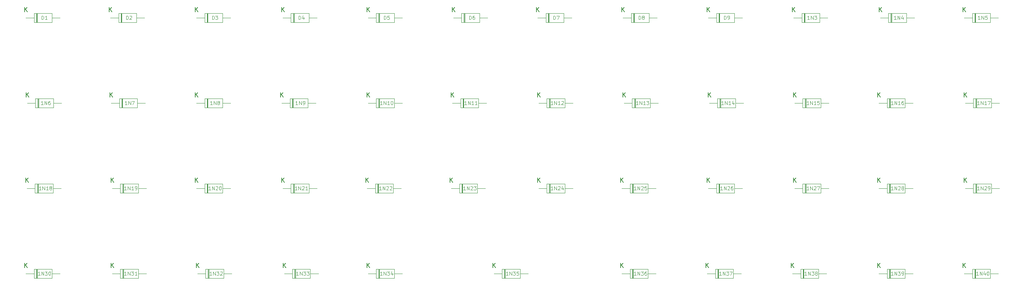
<source format=gbr>
G04 #@! TF.GenerationSoftware,KiCad,Pcbnew,(5.1.10)-1*
G04 #@! TF.CreationDate,2022-01-10T13:30:35-05:00*
G04 #@! TF.ProjectId,40,3430252e-6b69-4636-9164-5f7063625858,rev?*
G04 #@! TF.SameCoordinates,Original*
G04 #@! TF.FileFunction,Other,Fab,Top*
%FSLAX46Y46*%
G04 Gerber Fmt 4.6, Leading zero omitted, Abs format (unit mm)*
G04 Created by KiCad (PCBNEW (5.1.10)-1) date 2022-01-10 13:30:35*
%MOMM*%
%LPD*%
G01*
G04 APERTURE LIST*
%ADD10C,0.100000*%
%ADD11C,0.150000*%
%ADD12C,0.120000*%
G04 APERTURE END LIST*
D10*
X187547500Y-52975000D02*
X187547500Y-54975000D01*
X187547500Y-54975000D02*
X191547500Y-54975000D01*
X191547500Y-54975000D02*
X191547500Y-52975000D01*
X191547500Y-52975000D02*
X187547500Y-52975000D01*
X185737500Y-53975000D02*
X187547500Y-53975000D01*
X193357500Y-53975000D02*
X191547500Y-53975000D01*
X188147500Y-52975000D02*
X188147500Y-54975000D01*
X188247500Y-52975000D02*
X188247500Y-54975000D01*
X188047500Y-52975000D02*
X188047500Y-54975000D01*
X168497500Y-52975000D02*
X168497500Y-54975000D01*
X168497500Y-54975000D02*
X172497500Y-54975000D01*
X172497500Y-54975000D02*
X172497500Y-52975000D01*
X172497500Y-52975000D02*
X168497500Y-52975000D01*
X166687500Y-53975000D02*
X168497500Y-53975000D01*
X174307500Y-53975000D02*
X172497500Y-53975000D01*
X169097500Y-52975000D02*
X169097500Y-54975000D01*
X169197500Y-52975000D02*
X169197500Y-54975000D01*
X168997500Y-52975000D02*
X168997500Y-54975000D01*
X149447500Y-52975000D02*
X149447500Y-54975000D01*
X149447500Y-54975000D02*
X153447500Y-54975000D01*
X153447500Y-54975000D02*
X153447500Y-52975000D01*
X153447500Y-52975000D02*
X149447500Y-52975000D01*
X147637500Y-53975000D02*
X149447500Y-53975000D01*
X155257500Y-53975000D02*
X153447500Y-53975000D01*
X150047500Y-52975000D02*
X150047500Y-54975000D01*
X150147500Y-52975000D02*
X150147500Y-54975000D01*
X149947500Y-52975000D02*
X149947500Y-54975000D01*
X130635000Y-52975000D02*
X130635000Y-54975000D01*
X130635000Y-54975000D02*
X134635000Y-54975000D01*
X134635000Y-54975000D02*
X134635000Y-52975000D01*
X134635000Y-52975000D02*
X130635000Y-52975000D01*
X128825000Y-53975000D02*
X130635000Y-53975000D01*
X136445000Y-53975000D02*
X134635000Y-53975000D01*
X131235000Y-52975000D02*
X131235000Y-54975000D01*
X131335000Y-52975000D02*
X131335000Y-54975000D01*
X131135000Y-52975000D02*
X131135000Y-54975000D01*
X111585000Y-52975000D02*
X111585000Y-54975000D01*
X111585000Y-54975000D02*
X115585000Y-54975000D01*
X115585000Y-54975000D02*
X115585000Y-52975000D01*
X115585000Y-52975000D02*
X111585000Y-52975000D01*
X109775000Y-53975000D02*
X111585000Y-53975000D01*
X117395000Y-53975000D02*
X115585000Y-53975000D01*
X112185000Y-52975000D02*
X112185000Y-54975000D01*
X112285000Y-52975000D02*
X112285000Y-54975000D01*
X112085000Y-52975000D02*
X112085000Y-54975000D01*
X92535000Y-52975000D02*
X92535000Y-54975000D01*
X92535000Y-54975000D02*
X96535000Y-54975000D01*
X96535000Y-54975000D02*
X96535000Y-52975000D01*
X96535000Y-52975000D02*
X92535000Y-52975000D01*
X90725000Y-53975000D02*
X92535000Y-53975000D01*
X98345000Y-53975000D02*
X96535000Y-53975000D01*
X93135000Y-52975000D02*
X93135000Y-54975000D01*
X93235000Y-52975000D02*
X93235000Y-54975000D01*
X93035000Y-52975000D02*
X93035000Y-54975000D01*
X73247500Y-52975000D02*
X73247500Y-54975000D01*
X73247500Y-54975000D02*
X77247500Y-54975000D01*
X77247500Y-54975000D02*
X77247500Y-52975000D01*
X77247500Y-52975000D02*
X73247500Y-52975000D01*
X71437500Y-53975000D02*
X73247500Y-53975000D01*
X79057500Y-53975000D02*
X77247500Y-53975000D01*
X73847500Y-52975000D02*
X73847500Y-54975000D01*
X73947500Y-52975000D02*
X73947500Y-54975000D01*
X73747500Y-52975000D02*
X73747500Y-54975000D01*
X54035000Y-52975000D02*
X54035000Y-54975000D01*
X54035000Y-54975000D02*
X58035000Y-54975000D01*
X58035000Y-54975000D02*
X58035000Y-52975000D01*
X58035000Y-52975000D02*
X54035000Y-52975000D01*
X52225000Y-53975000D02*
X54035000Y-53975000D01*
X59845000Y-53975000D02*
X58035000Y-53975000D01*
X54635000Y-52975000D02*
X54635000Y-54975000D01*
X54735000Y-52975000D02*
X54735000Y-54975000D01*
X54535000Y-52975000D02*
X54535000Y-54975000D01*
X35147500Y-52975000D02*
X35147500Y-54975000D01*
X35147500Y-54975000D02*
X39147500Y-54975000D01*
X39147500Y-54975000D02*
X39147500Y-52975000D01*
X39147500Y-52975000D02*
X35147500Y-52975000D01*
X33337500Y-53975000D02*
X35147500Y-53975000D01*
X40957500Y-53975000D02*
X39147500Y-53975000D01*
X35747500Y-52975000D02*
X35747500Y-54975000D01*
X35847500Y-52975000D02*
X35847500Y-54975000D01*
X35647500Y-52975000D02*
X35647500Y-54975000D01*
X244697500Y-110125000D02*
X244697500Y-112125000D01*
X244697500Y-112125000D02*
X248697500Y-112125000D01*
X248697500Y-112125000D02*
X248697500Y-110125000D01*
X248697500Y-110125000D02*
X244697500Y-110125000D01*
X242887500Y-111125000D02*
X244697500Y-111125000D01*
X250507500Y-111125000D02*
X248697500Y-111125000D01*
X245297500Y-110125000D02*
X245297500Y-112125000D01*
X245397500Y-110125000D02*
X245397500Y-112125000D01*
X245197500Y-110125000D02*
X245197500Y-112125000D01*
X225647500Y-110125000D02*
X225647500Y-112125000D01*
X225647500Y-112125000D02*
X229647500Y-112125000D01*
X229647500Y-112125000D02*
X229647500Y-110125000D01*
X229647500Y-110125000D02*
X225647500Y-110125000D01*
X223837500Y-111125000D02*
X225647500Y-111125000D01*
X231457500Y-111125000D02*
X229647500Y-111125000D01*
X226247500Y-110125000D02*
X226247500Y-112125000D01*
X226347500Y-110125000D02*
X226347500Y-112125000D01*
X226147500Y-110125000D02*
X226147500Y-112125000D01*
X206360000Y-110125000D02*
X206360000Y-112125000D01*
X206360000Y-112125000D02*
X210360000Y-112125000D01*
X210360000Y-112125000D02*
X210360000Y-110125000D01*
X210360000Y-110125000D02*
X206360000Y-110125000D01*
X204550000Y-111125000D02*
X206360000Y-111125000D01*
X212170000Y-111125000D02*
X210360000Y-111125000D01*
X206960000Y-110125000D02*
X206960000Y-112125000D01*
X207060000Y-110125000D02*
X207060000Y-112125000D01*
X206860000Y-110125000D02*
X206860000Y-112125000D01*
X187310000Y-110125000D02*
X187310000Y-112125000D01*
X187310000Y-112125000D02*
X191310000Y-112125000D01*
X191310000Y-112125000D02*
X191310000Y-110125000D01*
X191310000Y-110125000D02*
X187310000Y-110125000D01*
X185500000Y-111125000D02*
X187310000Y-111125000D01*
X193120000Y-111125000D02*
X191310000Y-111125000D01*
X187910000Y-110125000D02*
X187910000Y-112125000D01*
X188010000Y-110125000D02*
X188010000Y-112125000D01*
X187810000Y-110125000D02*
X187810000Y-112125000D01*
X168260000Y-110125000D02*
X168260000Y-112125000D01*
X168260000Y-112125000D02*
X172260000Y-112125000D01*
X172260000Y-112125000D02*
X172260000Y-110125000D01*
X172260000Y-110125000D02*
X168260000Y-110125000D01*
X166450000Y-111125000D02*
X168260000Y-111125000D01*
X174070000Y-111125000D02*
X172260000Y-111125000D01*
X168860000Y-110125000D02*
X168860000Y-112125000D01*
X168960000Y-110125000D02*
X168960000Y-112125000D01*
X168760000Y-110125000D02*
X168760000Y-112125000D01*
X139685000Y-110125000D02*
X139685000Y-112125000D01*
X139685000Y-112125000D02*
X143685000Y-112125000D01*
X143685000Y-112125000D02*
X143685000Y-110125000D01*
X143685000Y-110125000D02*
X139685000Y-110125000D01*
X137875000Y-111125000D02*
X139685000Y-111125000D01*
X145495000Y-111125000D02*
X143685000Y-111125000D01*
X140285000Y-110125000D02*
X140285000Y-112125000D01*
X140385000Y-110125000D02*
X140385000Y-112125000D01*
X140185000Y-110125000D02*
X140185000Y-112125000D01*
X111585000Y-110125000D02*
X111585000Y-112125000D01*
X111585000Y-112125000D02*
X115585000Y-112125000D01*
X115585000Y-112125000D02*
X115585000Y-110125000D01*
X115585000Y-110125000D02*
X111585000Y-110125000D01*
X109775000Y-111125000D02*
X111585000Y-111125000D01*
X117395000Y-111125000D02*
X115585000Y-111125000D01*
X112185000Y-110125000D02*
X112185000Y-112125000D01*
X112285000Y-110125000D02*
X112285000Y-112125000D01*
X112085000Y-110125000D02*
X112085000Y-112125000D01*
X92853750Y-110125000D02*
X92853750Y-112125000D01*
X92853750Y-112125000D02*
X96853750Y-112125000D01*
X96853750Y-112125000D02*
X96853750Y-110125000D01*
X96853750Y-110125000D02*
X92853750Y-110125000D01*
X91043750Y-111125000D02*
X92853750Y-111125000D01*
X98663750Y-111125000D02*
X96853750Y-111125000D01*
X93453750Y-110125000D02*
X93453750Y-112125000D01*
X93553750Y-110125000D02*
X93553750Y-112125000D01*
X93353750Y-110125000D02*
X93353750Y-112125000D01*
X73485000Y-110125000D02*
X73485000Y-112125000D01*
X73485000Y-112125000D02*
X77485000Y-112125000D01*
X77485000Y-112125000D02*
X77485000Y-110125000D01*
X77485000Y-110125000D02*
X73485000Y-110125000D01*
X71675000Y-111125000D02*
X73485000Y-111125000D01*
X79295000Y-111125000D02*
X77485000Y-111125000D01*
X74085000Y-110125000D02*
X74085000Y-112125000D01*
X74185000Y-110125000D02*
X74185000Y-112125000D01*
X73985000Y-110125000D02*
X73985000Y-112125000D01*
X54435000Y-110125000D02*
X54435000Y-112125000D01*
X54435000Y-112125000D02*
X58435000Y-112125000D01*
X58435000Y-112125000D02*
X58435000Y-110125000D01*
X58435000Y-110125000D02*
X54435000Y-110125000D01*
X52625000Y-111125000D02*
X54435000Y-111125000D01*
X60245000Y-111125000D02*
X58435000Y-111125000D01*
X55035000Y-110125000D02*
X55035000Y-112125000D01*
X55135000Y-110125000D02*
X55135000Y-112125000D01*
X54935000Y-110125000D02*
X54935000Y-112125000D01*
X35147500Y-110125000D02*
X35147500Y-112125000D01*
X35147500Y-112125000D02*
X39147500Y-112125000D01*
X39147500Y-112125000D02*
X39147500Y-110125000D01*
X39147500Y-110125000D02*
X35147500Y-110125000D01*
X33337500Y-111125000D02*
X35147500Y-111125000D01*
X40957500Y-111125000D02*
X39147500Y-111125000D01*
X35747500Y-110125000D02*
X35747500Y-112125000D01*
X35847500Y-110125000D02*
X35847500Y-112125000D01*
X35647500Y-110125000D02*
X35647500Y-112125000D01*
X244935000Y-91075000D02*
X244935000Y-93075000D01*
X244935000Y-93075000D02*
X248935000Y-93075000D01*
X248935000Y-93075000D02*
X248935000Y-91075000D01*
X248935000Y-91075000D02*
X244935000Y-91075000D01*
X243125000Y-92075000D02*
X244935000Y-92075000D01*
X250745000Y-92075000D02*
X248935000Y-92075000D01*
X245535000Y-91075000D02*
X245535000Y-93075000D01*
X245635000Y-91075000D02*
X245635000Y-93075000D01*
X245435000Y-91075000D02*
X245435000Y-93075000D01*
X225647500Y-91075000D02*
X225647500Y-93075000D01*
X225647500Y-93075000D02*
X229647500Y-93075000D01*
X229647500Y-93075000D02*
X229647500Y-91075000D01*
X229647500Y-91075000D02*
X225647500Y-91075000D01*
X223837500Y-92075000D02*
X225647500Y-92075000D01*
X231457500Y-92075000D02*
X229647500Y-92075000D01*
X226247500Y-91075000D02*
X226247500Y-93075000D01*
X226347500Y-91075000D02*
X226347500Y-93075000D01*
X226147500Y-91075000D02*
X226147500Y-93075000D01*
X206835000Y-91075000D02*
X206835000Y-93075000D01*
X206835000Y-93075000D02*
X210835000Y-93075000D01*
X210835000Y-93075000D02*
X210835000Y-91075000D01*
X210835000Y-91075000D02*
X206835000Y-91075000D01*
X205025000Y-92075000D02*
X206835000Y-92075000D01*
X212645000Y-92075000D02*
X210835000Y-92075000D01*
X207435000Y-91075000D02*
X207435000Y-93075000D01*
X207535000Y-91075000D02*
X207535000Y-93075000D01*
X207335000Y-91075000D02*
X207335000Y-93075000D01*
X187547500Y-91075000D02*
X187547500Y-93075000D01*
X187547500Y-93075000D02*
X191547500Y-93075000D01*
X191547500Y-93075000D02*
X191547500Y-91075000D01*
X191547500Y-91075000D02*
X187547500Y-91075000D01*
X185737500Y-92075000D02*
X187547500Y-92075000D01*
X193357500Y-92075000D02*
X191547500Y-92075000D01*
X188147500Y-91075000D02*
X188147500Y-93075000D01*
X188247500Y-91075000D02*
X188247500Y-93075000D01*
X188047500Y-91075000D02*
X188047500Y-93075000D01*
X168260000Y-91075000D02*
X168260000Y-93075000D01*
X168260000Y-93075000D02*
X172260000Y-93075000D01*
X172260000Y-93075000D02*
X172260000Y-91075000D01*
X172260000Y-91075000D02*
X168260000Y-91075000D01*
X166450000Y-92075000D02*
X168260000Y-92075000D01*
X174070000Y-92075000D02*
X172260000Y-92075000D01*
X168860000Y-91075000D02*
X168860000Y-93075000D01*
X168960000Y-91075000D02*
X168960000Y-93075000D01*
X168760000Y-91075000D02*
X168760000Y-93075000D01*
X149685000Y-91075000D02*
X149685000Y-93075000D01*
X149685000Y-93075000D02*
X153685000Y-93075000D01*
X153685000Y-93075000D02*
X153685000Y-91075000D01*
X153685000Y-91075000D02*
X149685000Y-91075000D01*
X147875000Y-92075000D02*
X149685000Y-92075000D01*
X155495000Y-92075000D02*
X153685000Y-92075000D01*
X150285000Y-91075000D02*
X150285000Y-93075000D01*
X150385000Y-91075000D02*
X150385000Y-93075000D01*
X150185000Y-91075000D02*
X150185000Y-93075000D01*
X130160000Y-91075000D02*
X130160000Y-93075000D01*
X130160000Y-93075000D02*
X134160000Y-93075000D01*
X134160000Y-93075000D02*
X134160000Y-91075000D01*
X134160000Y-91075000D02*
X130160000Y-91075000D01*
X128350000Y-92075000D02*
X130160000Y-92075000D01*
X135970000Y-92075000D02*
X134160000Y-92075000D01*
X130760000Y-91075000D02*
X130760000Y-93075000D01*
X130860000Y-91075000D02*
X130860000Y-93075000D01*
X130660000Y-91075000D02*
X130660000Y-93075000D01*
X111347500Y-91075000D02*
X111347500Y-93075000D01*
X111347500Y-93075000D02*
X115347500Y-93075000D01*
X115347500Y-93075000D02*
X115347500Y-91075000D01*
X115347500Y-91075000D02*
X111347500Y-91075000D01*
X109537500Y-92075000D02*
X111347500Y-92075000D01*
X117157500Y-92075000D02*
X115347500Y-92075000D01*
X111947500Y-91075000D02*
X111947500Y-93075000D01*
X112047500Y-91075000D02*
X112047500Y-93075000D01*
X111847500Y-91075000D02*
X111847500Y-93075000D01*
X92535000Y-91075000D02*
X92535000Y-93075000D01*
X92535000Y-93075000D02*
X96535000Y-93075000D01*
X96535000Y-93075000D02*
X96535000Y-91075000D01*
X96535000Y-91075000D02*
X92535000Y-91075000D01*
X90725000Y-92075000D02*
X92535000Y-92075000D01*
X98345000Y-92075000D02*
X96535000Y-92075000D01*
X93135000Y-91075000D02*
X93135000Y-93075000D01*
X93235000Y-91075000D02*
X93235000Y-93075000D01*
X93035000Y-91075000D02*
X93035000Y-93075000D01*
X73247500Y-91075000D02*
X73247500Y-93075000D01*
X73247500Y-93075000D02*
X77247500Y-93075000D01*
X77247500Y-93075000D02*
X77247500Y-91075000D01*
X77247500Y-91075000D02*
X73247500Y-91075000D01*
X71437500Y-92075000D02*
X73247500Y-92075000D01*
X79057500Y-92075000D02*
X77247500Y-92075000D01*
X73847500Y-91075000D02*
X73847500Y-93075000D01*
X73947500Y-91075000D02*
X73947500Y-93075000D01*
X73747500Y-91075000D02*
X73747500Y-93075000D01*
X54435000Y-91075000D02*
X54435000Y-93075000D01*
X54435000Y-93075000D02*
X58435000Y-93075000D01*
X58435000Y-93075000D02*
X58435000Y-91075000D01*
X58435000Y-91075000D02*
X54435000Y-91075000D01*
X52625000Y-92075000D02*
X54435000Y-92075000D01*
X60245000Y-92075000D02*
X58435000Y-92075000D01*
X55035000Y-91075000D02*
X55035000Y-93075000D01*
X55135000Y-91075000D02*
X55135000Y-93075000D01*
X54935000Y-91075000D02*
X54935000Y-93075000D01*
X35385000Y-91075000D02*
X35385000Y-93075000D01*
X35385000Y-93075000D02*
X39385000Y-93075000D01*
X39385000Y-93075000D02*
X39385000Y-91075000D01*
X39385000Y-91075000D02*
X35385000Y-91075000D01*
X33575000Y-92075000D02*
X35385000Y-92075000D01*
X41195000Y-92075000D02*
X39385000Y-92075000D01*
X35985000Y-91075000D02*
X35985000Y-93075000D01*
X36085000Y-91075000D02*
X36085000Y-93075000D01*
X35885000Y-91075000D02*
X35885000Y-93075000D01*
X244935000Y-72025000D02*
X244935000Y-74025000D01*
X244935000Y-74025000D02*
X248935000Y-74025000D01*
X248935000Y-74025000D02*
X248935000Y-72025000D01*
X248935000Y-72025000D02*
X244935000Y-72025000D01*
X243125000Y-73025000D02*
X244935000Y-73025000D01*
X250745000Y-73025000D02*
X248935000Y-73025000D01*
X245535000Y-72025000D02*
X245535000Y-74025000D01*
X245635000Y-72025000D02*
X245635000Y-74025000D01*
X245435000Y-72025000D02*
X245435000Y-74025000D01*
X225647500Y-72025000D02*
X225647500Y-74025000D01*
X225647500Y-74025000D02*
X229647500Y-74025000D01*
X229647500Y-74025000D02*
X229647500Y-72025000D01*
X229647500Y-72025000D02*
X225647500Y-72025000D01*
X223837500Y-73025000D02*
X225647500Y-73025000D01*
X231457500Y-73025000D02*
X229647500Y-73025000D01*
X226247500Y-72025000D02*
X226247500Y-74025000D01*
X226347500Y-72025000D02*
X226347500Y-74025000D01*
X226147500Y-72025000D02*
X226147500Y-74025000D01*
X206835000Y-72025000D02*
X206835000Y-74025000D01*
X206835000Y-74025000D02*
X210835000Y-74025000D01*
X210835000Y-74025000D02*
X210835000Y-72025000D01*
X210835000Y-72025000D02*
X206835000Y-72025000D01*
X205025000Y-73025000D02*
X206835000Y-73025000D01*
X212645000Y-73025000D02*
X210835000Y-73025000D01*
X207435000Y-72025000D02*
X207435000Y-74025000D01*
X207535000Y-72025000D02*
X207535000Y-74025000D01*
X207335000Y-72025000D02*
X207335000Y-74025000D01*
X187785000Y-72025000D02*
X187785000Y-74025000D01*
X187785000Y-74025000D02*
X191785000Y-74025000D01*
X191785000Y-74025000D02*
X191785000Y-72025000D01*
X191785000Y-72025000D02*
X187785000Y-72025000D01*
X185975000Y-73025000D02*
X187785000Y-73025000D01*
X193595000Y-73025000D02*
X191785000Y-73025000D01*
X188385000Y-72025000D02*
X188385000Y-74025000D01*
X188485000Y-72025000D02*
X188485000Y-74025000D01*
X188285000Y-72025000D02*
X188285000Y-74025000D01*
X168735000Y-72025000D02*
X168735000Y-74025000D01*
X168735000Y-74025000D02*
X172735000Y-74025000D01*
X172735000Y-74025000D02*
X172735000Y-72025000D01*
X172735000Y-72025000D02*
X168735000Y-72025000D01*
X166925000Y-73025000D02*
X168735000Y-73025000D01*
X174545000Y-73025000D02*
X172735000Y-73025000D01*
X169335000Y-72025000D02*
X169335000Y-74025000D01*
X169435000Y-72025000D02*
X169435000Y-74025000D01*
X169235000Y-72025000D02*
X169235000Y-74025000D01*
X149685000Y-72025000D02*
X149685000Y-74025000D01*
X149685000Y-74025000D02*
X153685000Y-74025000D01*
X153685000Y-74025000D02*
X153685000Y-72025000D01*
X153685000Y-72025000D02*
X149685000Y-72025000D01*
X147875000Y-73025000D02*
X149685000Y-73025000D01*
X155495000Y-73025000D02*
X153685000Y-73025000D01*
X150285000Y-72025000D02*
X150285000Y-74025000D01*
X150385000Y-72025000D02*
X150385000Y-74025000D01*
X150185000Y-72025000D02*
X150185000Y-74025000D01*
X130397500Y-72025000D02*
X130397500Y-74025000D01*
X130397500Y-74025000D02*
X134397500Y-74025000D01*
X134397500Y-74025000D02*
X134397500Y-72025000D01*
X134397500Y-72025000D02*
X130397500Y-72025000D01*
X128587500Y-73025000D02*
X130397500Y-73025000D01*
X136207500Y-73025000D02*
X134397500Y-73025000D01*
X130997500Y-72025000D02*
X130997500Y-74025000D01*
X131097500Y-72025000D02*
X131097500Y-74025000D01*
X130897500Y-72025000D02*
X130897500Y-74025000D01*
X111585000Y-72025000D02*
X111585000Y-74025000D01*
X111585000Y-74025000D02*
X115585000Y-74025000D01*
X115585000Y-74025000D02*
X115585000Y-72025000D01*
X115585000Y-72025000D02*
X111585000Y-72025000D01*
X109775000Y-73025000D02*
X111585000Y-73025000D01*
X117395000Y-73025000D02*
X115585000Y-73025000D01*
X112185000Y-72025000D02*
X112185000Y-74025000D01*
X112285000Y-72025000D02*
X112285000Y-74025000D01*
X112085000Y-72025000D02*
X112085000Y-74025000D01*
X92297500Y-72025000D02*
X92297500Y-74025000D01*
X92297500Y-74025000D02*
X96297500Y-74025000D01*
X96297500Y-74025000D02*
X96297500Y-72025000D01*
X96297500Y-72025000D02*
X92297500Y-72025000D01*
X90487500Y-73025000D02*
X92297500Y-73025000D01*
X98107500Y-73025000D02*
X96297500Y-73025000D01*
X92897500Y-72025000D02*
X92897500Y-74025000D01*
X92997500Y-72025000D02*
X92997500Y-74025000D01*
X92797500Y-72025000D02*
X92797500Y-74025000D01*
X73247500Y-72025000D02*
X73247500Y-74025000D01*
X73247500Y-74025000D02*
X77247500Y-74025000D01*
X77247500Y-74025000D02*
X77247500Y-72025000D01*
X77247500Y-72025000D02*
X73247500Y-72025000D01*
X71437500Y-73025000D02*
X73247500Y-73025000D01*
X79057500Y-73025000D02*
X77247500Y-73025000D01*
X73847500Y-72025000D02*
X73847500Y-74025000D01*
X73947500Y-72025000D02*
X73947500Y-74025000D01*
X73747500Y-72025000D02*
X73747500Y-74025000D01*
X54197500Y-72025000D02*
X54197500Y-74025000D01*
X54197500Y-74025000D02*
X58197500Y-74025000D01*
X58197500Y-74025000D02*
X58197500Y-72025000D01*
X58197500Y-72025000D02*
X54197500Y-72025000D01*
X52387500Y-73025000D02*
X54197500Y-73025000D01*
X60007500Y-73025000D02*
X58197500Y-73025000D01*
X54797500Y-72025000D02*
X54797500Y-74025000D01*
X54897500Y-72025000D02*
X54897500Y-74025000D01*
X54697500Y-72025000D02*
X54697500Y-74025000D01*
X35465000Y-72025000D02*
X35465000Y-74025000D01*
X35465000Y-74025000D02*
X39465000Y-74025000D01*
X39465000Y-74025000D02*
X39465000Y-72025000D01*
X39465000Y-72025000D02*
X35465000Y-72025000D01*
X33655000Y-73025000D02*
X35465000Y-73025000D01*
X41275000Y-73025000D02*
X39465000Y-73025000D01*
X36065000Y-72025000D02*
X36065000Y-74025000D01*
X36165000Y-72025000D02*
X36165000Y-74025000D01*
X35965000Y-72025000D02*
X35965000Y-74025000D01*
X244697500Y-52975000D02*
X244697500Y-54975000D01*
X244697500Y-54975000D02*
X248697500Y-54975000D01*
X248697500Y-54975000D02*
X248697500Y-52975000D01*
X248697500Y-52975000D02*
X244697500Y-52975000D01*
X242887500Y-53975000D02*
X244697500Y-53975000D01*
X250507500Y-53975000D02*
X248697500Y-53975000D01*
X245297500Y-52975000D02*
X245297500Y-54975000D01*
X245397500Y-52975000D02*
X245397500Y-54975000D01*
X245197500Y-52975000D02*
X245197500Y-54975000D01*
X225965000Y-52975000D02*
X225965000Y-54975000D01*
X225965000Y-54975000D02*
X229965000Y-54975000D01*
X229965000Y-54975000D02*
X229965000Y-52975000D01*
X229965000Y-52975000D02*
X225965000Y-52975000D01*
X224155000Y-53975000D02*
X225965000Y-53975000D01*
X231775000Y-53975000D02*
X229965000Y-53975000D01*
X226565000Y-52975000D02*
X226565000Y-54975000D01*
X226665000Y-52975000D02*
X226665000Y-54975000D01*
X226465000Y-52975000D02*
X226465000Y-54975000D01*
X206597500Y-52975000D02*
X206597500Y-54975000D01*
X206597500Y-54975000D02*
X210597500Y-54975000D01*
X210597500Y-54975000D02*
X210597500Y-52975000D01*
X210597500Y-52975000D02*
X206597500Y-52975000D01*
X204787500Y-53975000D02*
X206597500Y-53975000D01*
X212407500Y-53975000D02*
X210597500Y-53975000D01*
X207197500Y-52975000D02*
X207197500Y-54975000D01*
X207297500Y-52975000D02*
X207297500Y-54975000D01*
X207097500Y-52975000D02*
X207097500Y-54975000D01*
D11*
X185475595Y-52627380D02*
X185475595Y-51627380D01*
X186047023Y-52627380D02*
X185618452Y-52055952D01*
X186047023Y-51627380D02*
X185475595Y-52198809D01*
D12*
X189257023Y-54336904D02*
X189257023Y-53536904D01*
X189447500Y-53536904D01*
X189561785Y-53575000D01*
X189637976Y-53651190D01*
X189676071Y-53727380D01*
X189714166Y-53879761D01*
X189714166Y-53994047D01*
X189676071Y-54146428D01*
X189637976Y-54222619D01*
X189561785Y-54298809D01*
X189447500Y-54336904D01*
X189257023Y-54336904D01*
X190095119Y-54336904D02*
X190247500Y-54336904D01*
X190323690Y-54298809D01*
X190361785Y-54260714D01*
X190437976Y-54146428D01*
X190476071Y-53994047D01*
X190476071Y-53689285D01*
X190437976Y-53613095D01*
X190399880Y-53575000D01*
X190323690Y-53536904D01*
X190171309Y-53536904D01*
X190095119Y-53575000D01*
X190057023Y-53613095D01*
X190018928Y-53689285D01*
X190018928Y-53879761D01*
X190057023Y-53955952D01*
X190095119Y-53994047D01*
X190171309Y-54032142D01*
X190323690Y-54032142D01*
X190399880Y-53994047D01*
X190437976Y-53955952D01*
X190476071Y-53879761D01*
D11*
X166425595Y-52627380D02*
X166425595Y-51627380D01*
X166997023Y-52627380D02*
X166568452Y-52055952D01*
X166997023Y-51627380D02*
X166425595Y-52198809D01*
D12*
X170207023Y-54336904D02*
X170207023Y-53536904D01*
X170397500Y-53536904D01*
X170511785Y-53575000D01*
X170587976Y-53651190D01*
X170626071Y-53727380D01*
X170664166Y-53879761D01*
X170664166Y-53994047D01*
X170626071Y-54146428D01*
X170587976Y-54222619D01*
X170511785Y-54298809D01*
X170397500Y-54336904D01*
X170207023Y-54336904D01*
X171121309Y-53879761D02*
X171045119Y-53841666D01*
X171007023Y-53803571D01*
X170968928Y-53727380D01*
X170968928Y-53689285D01*
X171007023Y-53613095D01*
X171045119Y-53575000D01*
X171121309Y-53536904D01*
X171273690Y-53536904D01*
X171349880Y-53575000D01*
X171387976Y-53613095D01*
X171426071Y-53689285D01*
X171426071Y-53727380D01*
X171387976Y-53803571D01*
X171349880Y-53841666D01*
X171273690Y-53879761D01*
X171121309Y-53879761D01*
X171045119Y-53917857D01*
X171007023Y-53955952D01*
X170968928Y-54032142D01*
X170968928Y-54184523D01*
X171007023Y-54260714D01*
X171045119Y-54298809D01*
X171121309Y-54336904D01*
X171273690Y-54336904D01*
X171349880Y-54298809D01*
X171387976Y-54260714D01*
X171426071Y-54184523D01*
X171426071Y-54032142D01*
X171387976Y-53955952D01*
X171349880Y-53917857D01*
X171273690Y-53879761D01*
D11*
X147375595Y-52627380D02*
X147375595Y-51627380D01*
X147947023Y-52627380D02*
X147518452Y-52055952D01*
X147947023Y-51627380D02*
X147375595Y-52198809D01*
D12*
X151157023Y-54336904D02*
X151157023Y-53536904D01*
X151347500Y-53536904D01*
X151461785Y-53575000D01*
X151537976Y-53651190D01*
X151576071Y-53727380D01*
X151614166Y-53879761D01*
X151614166Y-53994047D01*
X151576071Y-54146428D01*
X151537976Y-54222619D01*
X151461785Y-54298809D01*
X151347500Y-54336904D01*
X151157023Y-54336904D01*
X151880833Y-53536904D02*
X152414166Y-53536904D01*
X152071309Y-54336904D01*
D11*
X128563095Y-52627380D02*
X128563095Y-51627380D01*
X129134523Y-52627380D02*
X128705952Y-52055952D01*
X129134523Y-51627380D02*
X128563095Y-52198809D01*
D12*
X132344523Y-54336904D02*
X132344523Y-53536904D01*
X132535000Y-53536904D01*
X132649285Y-53575000D01*
X132725476Y-53651190D01*
X132763571Y-53727380D01*
X132801666Y-53879761D01*
X132801666Y-53994047D01*
X132763571Y-54146428D01*
X132725476Y-54222619D01*
X132649285Y-54298809D01*
X132535000Y-54336904D01*
X132344523Y-54336904D01*
X133487380Y-53536904D02*
X133335000Y-53536904D01*
X133258809Y-53575000D01*
X133220714Y-53613095D01*
X133144523Y-53727380D01*
X133106428Y-53879761D01*
X133106428Y-54184523D01*
X133144523Y-54260714D01*
X133182619Y-54298809D01*
X133258809Y-54336904D01*
X133411190Y-54336904D01*
X133487380Y-54298809D01*
X133525476Y-54260714D01*
X133563571Y-54184523D01*
X133563571Y-53994047D01*
X133525476Y-53917857D01*
X133487380Y-53879761D01*
X133411190Y-53841666D01*
X133258809Y-53841666D01*
X133182619Y-53879761D01*
X133144523Y-53917857D01*
X133106428Y-53994047D01*
D11*
X109513095Y-52627380D02*
X109513095Y-51627380D01*
X110084523Y-52627380D02*
X109655952Y-52055952D01*
X110084523Y-51627380D02*
X109513095Y-52198809D01*
D12*
X113294523Y-54336904D02*
X113294523Y-53536904D01*
X113485000Y-53536904D01*
X113599285Y-53575000D01*
X113675476Y-53651190D01*
X113713571Y-53727380D01*
X113751666Y-53879761D01*
X113751666Y-53994047D01*
X113713571Y-54146428D01*
X113675476Y-54222619D01*
X113599285Y-54298809D01*
X113485000Y-54336904D01*
X113294523Y-54336904D01*
X114475476Y-53536904D02*
X114094523Y-53536904D01*
X114056428Y-53917857D01*
X114094523Y-53879761D01*
X114170714Y-53841666D01*
X114361190Y-53841666D01*
X114437380Y-53879761D01*
X114475476Y-53917857D01*
X114513571Y-53994047D01*
X114513571Y-54184523D01*
X114475476Y-54260714D01*
X114437380Y-54298809D01*
X114361190Y-54336904D01*
X114170714Y-54336904D01*
X114094523Y-54298809D01*
X114056428Y-54260714D01*
D11*
X90463095Y-52627380D02*
X90463095Y-51627380D01*
X91034523Y-52627380D02*
X90605952Y-52055952D01*
X91034523Y-51627380D02*
X90463095Y-52198809D01*
D12*
X94244523Y-54336904D02*
X94244523Y-53536904D01*
X94435000Y-53536904D01*
X94549285Y-53575000D01*
X94625476Y-53651190D01*
X94663571Y-53727380D01*
X94701666Y-53879761D01*
X94701666Y-53994047D01*
X94663571Y-54146428D01*
X94625476Y-54222619D01*
X94549285Y-54298809D01*
X94435000Y-54336904D01*
X94244523Y-54336904D01*
X95387380Y-53803571D02*
X95387380Y-54336904D01*
X95196904Y-53498809D02*
X95006428Y-54070238D01*
X95501666Y-54070238D01*
D11*
X71175595Y-52627380D02*
X71175595Y-51627380D01*
X71747023Y-52627380D02*
X71318452Y-52055952D01*
X71747023Y-51627380D02*
X71175595Y-52198809D01*
D12*
X74957023Y-54336904D02*
X74957023Y-53536904D01*
X75147500Y-53536904D01*
X75261785Y-53575000D01*
X75337976Y-53651190D01*
X75376071Y-53727380D01*
X75414166Y-53879761D01*
X75414166Y-53994047D01*
X75376071Y-54146428D01*
X75337976Y-54222619D01*
X75261785Y-54298809D01*
X75147500Y-54336904D01*
X74957023Y-54336904D01*
X75680833Y-53536904D02*
X76176071Y-53536904D01*
X75909404Y-53841666D01*
X76023690Y-53841666D01*
X76099880Y-53879761D01*
X76137976Y-53917857D01*
X76176071Y-53994047D01*
X76176071Y-54184523D01*
X76137976Y-54260714D01*
X76099880Y-54298809D01*
X76023690Y-54336904D01*
X75795119Y-54336904D01*
X75718928Y-54298809D01*
X75680833Y-54260714D01*
D11*
X51963095Y-52627380D02*
X51963095Y-51627380D01*
X52534523Y-52627380D02*
X52105952Y-52055952D01*
X52534523Y-51627380D02*
X51963095Y-52198809D01*
D12*
X55744523Y-54336904D02*
X55744523Y-53536904D01*
X55935000Y-53536904D01*
X56049285Y-53575000D01*
X56125476Y-53651190D01*
X56163571Y-53727380D01*
X56201666Y-53879761D01*
X56201666Y-53994047D01*
X56163571Y-54146428D01*
X56125476Y-54222619D01*
X56049285Y-54298809D01*
X55935000Y-54336904D01*
X55744523Y-54336904D01*
X56506428Y-53613095D02*
X56544523Y-53575000D01*
X56620714Y-53536904D01*
X56811190Y-53536904D01*
X56887380Y-53575000D01*
X56925476Y-53613095D01*
X56963571Y-53689285D01*
X56963571Y-53765476D01*
X56925476Y-53879761D01*
X56468333Y-54336904D01*
X56963571Y-54336904D01*
D11*
X33075595Y-52627380D02*
X33075595Y-51627380D01*
X33647023Y-52627380D02*
X33218452Y-52055952D01*
X33647023Y-51627380D02*
X33075595Y-52198809D01*
D12*
X36857023Y-54336904D02*
X36857023Y-53536904D01*
X37047500Y-53536904D01*
X37161785Y-53575000D01*
X37237976Y-53651190D01*
X37276071Y-53727380D01*
X37314166Y-53879761D01*
X37314166Y-53994047D01*
X37276071Y-54146428D01*
X37237976Y-54222619D01*
X37161785Y-54298809D01*
X37047500Y-54336904D01*
X36857023Y-54336904D01*
X38076071Y-54336904D02*
X37618928Y-54336904D01*
X37847500Y-54336904D02*
X37847500Y-53536904D01*
X37771309Y-53651190D01*
X37695119Y-53727380D01*
X37618928Y-53765476D01*
D11*
X242625595Y-109777380D02*
X242625595Y-108777380D01*
X243197023Y-109777380D02*
X242768452Y-109205952D01*
X243197023Y-108777380D02*
X242625595Y-109348809D01*
D12*
X246045119Y-111486904D02*
X245587976Y-111486904D01*
X245816547Y-111486904D02*
X245816547Y-110686904D01*
X245740357Y-110801190D01*
X245664166Y-110877380D01*
X245587976Y-110915476D01*
X246387976Y-111486904D02*
X246387976Y-110686904D01*
X246845119Y-111486904D01*
X246845119Y-110686904D01*
X247568928Y-110953571D02*
X247568928Y-111486904D01*
X247378452Y-110648809D02*
X247187976Y-111220238D01*
X247683214Y-111220238D01*
X248140357Y-110686904D02*
X248216547Y-110686904D01*
X248292738Y-110725000D01*
X248330833Y-110763095D01*
X248368928Y-110839285D01*
X248407023Y-110991666D01*
X248407023Y-111182142D01*
X248368928Y-111334523D01*
X248330833Y-111410714D01*
X248292738Y-111448809D01*
X248216547Y-111486904D01*
X248140357Y-111486904D01*
X248064166Y-111448809D01*
X248026071Y-111410714D01*
X247987976Y-111334523D01*
X247949880Y-111182142D01*
X247949880Y-110991666D01*
X247987976Y-110839285D01*
X248026071Y-110763095D01*
X248064166Y-110725000D01*
X248140357Y-110686904D01*
D11*
X223575595Y-109777380D02*
X223575595Y-108777380D01*
X224147023Y-109777380D02*
X223718452Y-109205952D01*
X224147023Y-108777380D02*
X223575595Y-109348809D01*
D12*
X226995119Y-111486904D02*
X226537976Y-111486904D01*
X226766547Y-111486904D02*
X226766547Y-110686904D01*
X226690357Y-110801190D01*
X226614166Y-110877380D01*
X226537976Y-110915476D01*
X227337976Y-111486904D02*
X227337976Y-110686904D01*
X227795119Y-111486904D01*
X227795119Y-110686904D01*
X228099880Y-110686904D02*
X228595119Y-110686904D01*
X228328452Y-110991666D01*
X228442738Y-110991666D01*
X228518928Y-111029761D01*
X228557023Y-111067857D01*
X228595119Y-111144047D01*
X228595119Y-111334523D01*
X228557023Y-111410714D01*
X228518928Y-111448809D01*
X228442738Y-111486904D01*
X228214166Y-111486904D01*
X228137976Y-111448809D01*
X228099880Y-111410714D01*
X228976071Y-111486904D02*
X229128452Y-111486904D01*
X229204642Y-111448809D01*
X229242738Y-111410714D01*
X229318928Y-111296428D01*
X229357023Y-111144047D01*
X229357023Y-110839285D01*
X229318928Y-110763095D01*
X229280833Y-110725000D01*
X229204642Y-110686904D01*
X229052261Y-110686904D01*
X228976071Y-110725000D01*
X228937976Y-110763095D01*
X228899880Y-110839285D01*
X228899880Y-111029761D01*
X228937976Y-111105952D01*
X228976071Y-111144047D01*
X229052261Y-111182142D01*
X229204642Y-111182142D01*
X229280833Y-111144047D01*
X229318928Y-111105952D01*
X229357023Y-111029761D01*
D11*
X204288095Y-109777380D02*
X204288095Y-108777380D01*
X204859523Y-109777380D02*
X204430952Y-109205952D01*
X204859523Y-108777380D02*
X204288095Y-109348809D01*
D12*
X207707619Y-111486904D02*
X207250476Y-111486904D01*
X207479047Y-111486904D02*
X207479047Y-110686904D01*
X207402857Y-110801190D01*
X207326666Y-110877380D01*
X207250476Y-110915476D01*
X208050476Y-111486904D02*
X208050476Y-110686904D01*
X208507619Y-111486904D01*
X208507619Y-110686904D01*
X208812380Y-110686904D02*
X209307619Y-110686904D01*
X209040952Y-110991666D01*
X209155238Y-110991666D01*
X209231428Y-111029761D01*
X209269523Y-111067857D01*
X209307619Y-111144047D01*
X209307619Y-111334523D01*
X209269523Y-111410714D01*
X209231428Y-111448809D01*
X209155238Y-111486904D01*
X208926666Y-111486904D01*
X208850476Y-111448809D01*
X208812380Y-111410714D01*
X209764761Y-111029761D02*
X209688571Y-110991666D01*
X209650476Y-110953571D01*
X209612380Y-110877380D01*
X209612380Y-110839285D01*
X209650476Y-110763095D01*
X209688571Y-110725000D01*
X209764761Y-110686904D01*
X209917142Y-110686904D01*
X209993333Y-110725000D01*
X210031428Y-110763095D01*
X210069523Y-110839285D01*
X210069523Y-110877380D01*
X210031428Y-110953571D01*
X209993333Y-110991666D01*
X209917142Y-111029761D01*
X209764761Y-111029761D01*
X209688571Y-111067857D01*
X209650476Y-111105952D01*
X209612380Y-111182142D01*
X209612380Y-111334523D01*
X209650476Y-111410714D01*
X209688571Y-111448809D01*
X209764761Y-111486904D01*
X209917142Y-111486904D01*
X209993333Y-111448809D01*
X210031428Y-111410714D01*
X210069523Y-111334523D01*
X210069523Y-111182142D01*
X210031428Y-111105952D01*
X209993333Y-111067857D01*
X209917142Y-111029761D01*
D11*
X185238095Y-109777380D02*
X185238095Y-108777380D01*
X185809523Y-109777380D02*
X185380952Y-109205952D01*
X185809523Y-108777380D02*
X185238095Y-109348809D01*
D12*
X188657619Y-111486904D02*
X188200476Y-111486904D01*
X188429047Y-111486904D02*
X188429047Y-110686904D01*
X188352857Y-110801190D01*
X188276666Y-110877380D01*
X188200476Y-110915476D01*
X189000476Y-111486904D02*
X189000476Y-110686904D01*
X189457619Y-111486904D01*
X189457619Y-110686904D01*
X189762380Y-110686904D02*
X190257619Y-110686904D01*
X189990952Y-110991666D01*
X190105238Y-110991666D01*
X190181428Y-111029761D01*
X190219523Y-111067857D01*
X190257619Y-111144047D01*
X190257619Y-111334523D01*
X190219523Y-111410714D01*
X190181428Y-111448809D01*
X190105238Y-111486904D01*
X189876666Y-111486904D01*
X189800476Y-111448809D01*
X189762380Y-111410714D01*
X190524285Y-110686904D02*
X191057619Y-110686904D01*
X190714761Y-111486904D01*
D11*
X166188095Y-109777380D02*
X166188095Y-108777380D01*
X166759523Y-109777380D02*
X166330952Y-109205952D01*
X166759523Y-108777380D02*
X166188095Y-109348809D01*
D12*
X169607619Y-111486904D02*
X169150476Y-111486904D01*
X169379047Y-111486904D02*
X169379047Y-110686904D01*
X169302857Y-110801190D01*
X169226666Y-110877380D01*
X169150476Y-110915476D01*
X169950476Y-111486904D02*
X169950476Y-110686904D01*
X170407619Y-111486904D01*
X170407619Y-110686904D01*
X170712380Y-110686904D02*
X171207619Y-110686904D01*
X170940952Y-110991666D01*
X171055238Y-110991666D01*
X171131428Y-111029761D01*
X171169523Y-111067857D01*
X171207619Y-111144047D01*
X171207619Y-111334523D01*
X171169523Y-111410714D01*
X171131428Y-111448809D01*
X171055238Y-111486904D01*
X170826666Y-111486904D01*
X170750476Y-111448809D01*
X170712380Y-111410714D01*
X171893333Y-110686904D02*
X171740952Y-110686904D01*
X171664761Y-110725000D01*
X171626666Y-110763095D01*
X171550476Y-110877380D01*
X171512380Y-111029761D01*
X171512380Y-111334523D01*
X171550476Y-111410714D01*
X171588571Y-111448809D01*
X171664761Y-111486904D01*
X171817142Y-111486904D01*
X171893333Y-111448809D01*
X171931428Y-111410714D01*
X171969523Y-111334523D01*
X171969523Y-111144047D01*
X171931428Y-111067857D01*
X171893333Y-111029761D01*
X171817142Y-110991666D01*
X171664761Y-110991666D01*
X171588571Y-111029761D01*
X171550476Y-111067857D01*
X171512380Y-111144047D01*
D11*
X137613095Y-109777380D02*
X137613095Y-108777380D01*
X138184523Y-109777380D02*
X137755952Y-109205952D01*
X138184523Y-108777380D02*
X137613095Y-109348809D01*
D12*
X141032619Y-111486904D02*
X140575476Y-111486904D01*
X140804047Y-111486904D02*
X140804047Y-110686904D01*
X140727857Y-110801190D01*
X140651666Y-110877380D01*
X140575476Y-110915476D01*
X141375476Y-111486904D02*
X141375476Y-110686904D01*
X141832619Y-111486904D01*
X141832619Y-110686904D01*
X142137380Y-110686904D02*
X142632619Y-110686904D01*
X142365952Y-110991666D01*
X142480238Y-110991666D01*
X142556428Y-111029761D01*
X142594523Y-111067857D01*
X142632619Y-111144047D01*
X142632619Y-111334523D01*
X142594523Y-111410714D01*
X142556428Y-111448809D01*
X142480238Y-111486904D01*
X142251666Y-111486904D01*
X142175476Y-111448809D01*
X142137380Y-111410714D01*
X143356428Y-110686904D02*
X142975476Y-110686904D01*
X142937380Y-111067857D01*
X142975476Y-111029761D01*
X143051666Y-110991666D01*
X143242142Y-110991666D01*
X143318333Y-111029761D01*
X143356428Y-111067857D01*
X143394523Y-111144047D01*
X143394523Y-111334523D01*
X143356428Y-111410714D01*
X143318333Y-111448809D01*
X143242142Y-111486904D01*
X143051666Y-111486904D01*
X142975476Y-111448809D01*
X142937380Y-111410714D01*
D11*
X109513095Y-109777380D02*
X109513095Y-108777380D01*
X110084523Y-109777380D02*
X109655952Y-109205952D01*
X110084523Y-108777380D02*
X109513095Y-109348809D01*
D12*
X112932619Y-111486904D02*
X112475476Y-111486904D01*
X112704047Y-111486904D02*
X112704047Y-110686904D01*
X112627857Y-110801190D01*
X112551666Y-110877380D01*
X112475476Y-110915476D01*
X113275476Y-111486904D02*
X113275476Y-110686904D01*
X113732619Y-111486904D01*
X113732619Y-110686904D01*
X114037380Y-110686904D02*
X114532619Y-110686904D01*
X114265952Y-110991666D01*
X114380238Y-110991666D01*
X114456428Y-111029761D01*
X114494523Y-111067857D01*
X114532619Y-111144047D01*
X114532619Y-111334523D01*
X114494523Y-111410714D01*
X114456428Y-111448809D01*
X114380238Y-111486904D01*
X114151666Y-111486904D01*
X114075476Y-111448809D01*
X114037380Y-111410714D01*
X115218333Y-110953571D02*
X115218333Y-111486904D01*
X115027857Y-110648809D02*
X114837380Y-111220238D01*
X115332619Y-111220238D01*
D11*
X90781845Y-109777380D02*
X90781845Y-108777380D01*
X91353273Y-109777380D02*
X90924702Y-109205952D01*
X91353273Y-108777380D02*
X90781845Y-109348809D01*
D12*
X94201369Y-111486904D02*
X93744226Y-111486904D01*
X93972797Y-111486904D02*
X93972797Y-110686904D01*
X93896607Y-110801190D01*
X93820416Y-110877380D01*
X93744226Y-110915476D01*
X94544226Y-111486904D02*
X94544226Y-110686904D01*
X95001369Y-111486904D01*
X95001369Y-110686904D01*
X95306130Y-110686904D02*
X95801369Y-110686904D01*
X95534702Y-110991666D01*
X95648988Y-110991666D01*
X95725178Y-111029761D01*
X95763273Y-111067857D01*
X95801369Y-111144047D01*
X95801369Y-111334523D01*
X95763273Y-111410714D01*
X95725178Y-111448809D01*
X95648988Y-111486904D01*
X95420416Y-111486904D01*
X95344226Y-111448809D01*
X95306130Y-111410714D01*
X96068035Y-110686904D02*
X96563273Y-110686904D01*
X96296607Y-110991666D01*
X96410892Y-110991666D01*
X96487083Y-111029761D01*
X96525178Y-111067857D01*
X96563273Y-111144047D01*
X96563273Y-111334523D01*
X96525178Y-111410714D01*
X96487083Y-111448809D01*
X96410892Y-111486904D01*
X96182321Y-111486904D01*
X96106130Y-111448809D01*
X96068035Y-111410714D01*
D11*
X71413095Y-109777380D02*
X71413095Y-108777380D01*
X71984523Y-109777380D02*
X71555952Y-109205952D01*
X71984523Y-108777380D02*
X71413095Y-109348809D01*
D12*
X74832619Y-111486904D02*
X74375476Y-111486904D01*
X74604047Y-111486904D02*
X74604047Y-110686904D01*
X74527857Y-110801190D01*
X74451666Y-110877380D01*
X74375476Y-110915476D01*
X75175476Y-111486904D02*
X75175476Y-110686904D01*
X75632619Y-111486904D01*
X75632619Y-110686904D01*
X75937380Y-110686904D02*
X76432619Y-110686904D01*
X76165952Y-110991666D01*
X76280238Y-110991666D01*
X76356428Y-111029761D01*
X76394523Y-111067857D01*
X76432619Y-111144047D01*
X76432619Y-111334523D01*
X76394523Y-111410714D01*
X76356428Y-111448809D01*
X76280238Y-111486904D01*
X76051666Y-111486904D01*
X75975476Y-111448809D01*
X75937380Y-111410714D01*
X76737380Y-110763095D02*
X76775476Y-110725000D01*
X76851666Y-110686904D01*
X77042142Y-110686904D01*
X77118333Y-110725000D01*
X77156428Y-110763095D01*
X77194523Y-110839285D01*
X77194523Y-110915476D01*
X77156428Y-111029761D01*
X76699285Y-111486904D01*
X77194523Y-111486904D01*
D11*
X52363095Y-109777380D02*
X52363095Y-108777380D01*
X52934523Y-109777380D02*
X52505952Y-109205952D01*
X52934523Y-108777380D02*
X52363095Y-109348809D01*
D12*
X55782619Y-111486904D02*
X55325476Y-111486904D01*
X55554047Y-111486904D02*
X55554047Y-110686904D01*
X55477857Y-110801190D01*
X55401666Y-110877380D01*
X55325476Y-110915476D01*
X56125476Y-111486904D02*
X56125476Y-110686904D01*
X56582619Y-111486904D01*
X56582619Y-110686904D01*
X56887380Y-110686904D02*
X57382619Y-110686904D01*
X57115952Y-110991666D01*
X57230238Y-110991666D01*
X57306428Y-111029761D01*
X57344523Y-111067857D01*
X57382619Y-111144047D01*
X57382619Y-111334523D01*
X57344523Y-111410714D01*
X57306428Y-111448809D01*
X57230238Y-111486904D01*
X57001666Y-111486904D01*
X56925476Y-111448809D01*
X56887380Y-111410714D01*
X58144523Y-111486904D02*
X57687380Y-111486904D01*
X57915952Y-111486904D02*
X57915952Y-110686904D01*
X57839761Y-110801190D01*
X57763571Y-110877380D01*
X57687380Y-110915476D01*
D11*
X33075595Y-109777380D02*
X33075595Y-108777380D01*
X33647023Y-109777380D02*
X33218452Y-109205952D01*
X33647023Y-108777380D02*
X33075595Y-109348809D01*
D12*
X36495119Y-111486904D02*
X36037976Y-111486904D01*
X36266547Y-111486904D02*
X36266547Y-110686904D01*
X36190357Y-110801190D01*
X36114166Y-110877380D01*
X36037976Y-110915476D01*
X36837976Y-111486904D02*
X36837976Y-110686904D01*
X37295119Y-111486904D01*
X37295119Y-110686904D01*
X37599880Y-110686904D02*
X38095119Y-110686904D01*
X37828452Y-110991666D01*
X37942738Y-110991666D01*
X38018928Y-111029761D01*
X38057023Y-111067857D01*
X38095119Y-111144047D01*
X38095119Y-111334523D01*
X38057023Y-111410714D01*
X38018928Y-111448809D01*
X37942738Y-111486904D01*
X37714166Y-111486904D01*
X37637976Y-111448809D01*
X37599880Y-111410714D01*
X38590357Y-110686904D02*
X38666547Y-110686904D01*
X38742738Y-110725000D01*
X38780833Y-110763095D01*
X38818928Y-110839285D01*
X38857023Y-110991666D01*
X38857023Y-111182142D01*
X38818928Y-111334523D01*
X38780833Y-111410714D01*
X38742738Y-111448809D01*
X38666547Y-111486904D01*
X38590357Y-111486904D01*
X38514166Y-111448809D01*
X38476071Y-111410714D01*
X38437976Y-111334523D01*
X38399880Y-111182142D01*
X38399880Y-110991666D01*
X38437976Y-110839285D01*
X38476071Y-110763095D01*
X38514166Y-110725000D01*
X38590357Y-110686904D01*
D11*
X242863095Y-90727380D02*
X242863095Y-89727380D01*
X243434523Y-90727380D02*
X243005952Y-90155952D01*
X243434523Y-89727380D02*
X242863095Y-90298809D01*
D12*
X246282619Y-92436904D02*
X245825476Y-92436904D01*
X246054047Y-92436904D02*
X246054047Y-91636904D01*
X245977857Y-91751190D01*
X245901666Y-91827380D01*
X245825476Y-91865476D01*
X246625476Y-92436904D02*
X246625476Y-91636904D01*
X247082619Y-92436904D01*
X247082619Y-91636904D01*
X247425476Y-91713095D02*
X247463571Y-91675000D01*
X247539761Y-91636904D01*
X247730238Y-91636904D01*
X247806428Y-91675000D01*
X247844523Y-91713095D01*
X247882619Y-91789285D01*
X247882619Y-91865476D01*
X247844523Y-91979761D01*
X247387380Y-92436904D01*
X247882619Y-92436904D01*
X248263571Y-92436904D02*
X248415952Y-92436904D01*
X248492142Y-92398809D01*
X248530238Y-92360714D01*
X248606428Y-92246428D01*
X248644523Y-92094047D01*
X248644523Y-91789285D01*
X248606428Y-91713095D01*
X248568333Y-91675000D01*
X248492142Y-91636904D01*
X248339761Y-91636904D01*
X248263571Y-91675000D01*
X248225476Y-91713095D01*
X248187380Y-91789285D01*
X248187380Y-91979761D01*
X248225476Y-92055952D01*
X248263571Y-92094047D01*
X248339761Y-92132142D01*
X248492142Y-92132142D01*
X248568333Y-92094047D01*
X248606428Y-92055952D01*
X248644523Y-91979761D01*
D11*
X223575595Y-90727380D02*
X223575595Y-89727380D01*
X224147023Y-90727380D02*
X223718452Y-90155952D01*
X224147023Y-89727380D02*
X223575595Y-90298809D01*
D12*
X226995119Y-92436904D02*
X226537976Y-92436904D01*
X226766547Y-92436904D02*
X226766547Y-91636904D01*
X226690357Y-91751190D01*
X226614166Y-91827380D01*
X226537976Y-91865476D01*
X227337976Y-92436904D02*
X227337976Y-91636904D01*
X227795119Y-92436904D01*
X227795119Y-91636904D01*
X228137976Y-91713095D02*
X228176071Y-91675000D01*
X228252261Y-91636904D01*
X228442738Y-91636904D01*
X228518928Y-91675000D01*
X228557023Y-91713095D01*
X228595119Y-91789285D01*
X228595119Y-91865476D01*
X228557023Y-91979761D01*
X228099880Y-92436904D01*
X228595119Y-92436904D01*
X229052261Y-91979761D02*
X228976071Y-91941666D01*
X228937976Y-91903571D01*
X228899880Y-91827380D01*
X228899880Y-91789285D01*
X228937976Y-91713095D01*
X228976071Y-91675000D01*
X229052261Y-91636904D01*
X229204642Y-91636904D01*
X229280833Y-91675000D01*
X229318928Y-91713095D01*
X229357023Y-91789285D01*
X229357023Y-91827380D01*
X229318928Y-91903571D01*
X229280833Y-91941666D01*
X229204642Y-91979761D01*
X229052261Y-91979761D01*
X228976071Y-92017857D01*
X228937976Y-92055952D01*
X228899880Y-92132142D01*
X228899880Y-92284523D01*
X228937976Y-92360714D01*
X228976071Y-92398809D01*
X229052261Y-92436904D01*
X229204642Y-92436904D01*
X229280833Y-92398809D01*
X229318928Y-92360714D01*
X229357023Y-92284523D01*
X229357023Y-92132142D01*
X229318928Y-92055952D01*
X229280833Y-92017857D01*
X229204642Y-91979761D01*
D11*
X204763095Y-90727380D02*
X204763095Y-89727380D01*
X205334523Y-90727380D02*
X204905952Y-90155952D01*
X205334523Y-89727380D02*
X204763095Y-90298809D01*
D12*
X208182619Y-92436904D02*
X207725476Y-92436904D01*
X207954047Y-92436904D02*
X207954047Y-91636904D01*
X207877857Y-91751190D01*
X207801666Y-91827380D01*
X207725476Y-91865476D01*
X208525476Y-92436904D02*
X208525476Y-91636904D01*
X208982619Y-92436904D01*
X208982619Y-91636904D01*
X209325476Y-91713095D02*
X209363571Y-91675000D01*
X209439761Y-91636904D01*
X209630238Y-91636904D01*
X209706428Y-91675000D01*
X209744523Y-91713095D01*
X209782619Y-91789285D01*
X209782619Y-91865476D01*
X209744523Y-91979761D01*
X209287380Y-92436904D01*
X209782619Y-92436904D01*
X210049285Y-91636904D02*
X210582619Y-91636904D01*
X210239761Y-92436904D01*
D11*
X185475595Y-90727380D02*
X185475595Y-89727380D01*
X186047023Y-90727380D02*
X185618452Y-90155952D01*
X186047023Y-89727380D02*
X185475595Y-90298809D01*
D12*
X188895119Y-92436904D02*
X188437976Y-92436904D01*
X188666547Y-92436904D02*
X188666547Y-91636904D01*
X188590357Y-91751190D01*
X188514166Y-91827380D01*
X188437976Y-91865476D01*
X189237976Y-92436904D02*
X189237976Y-91636904D01*
X189695119Y-92436904D01*
X189695119Y-91636904D01*
X190037976Y-91713095D02*
X190076071Y-91675000D01*
X190152261Y-91636904D01*
X190342738Y-91636904D01*
X190418928Y-91675000D01*
X190457023Y-91713095D01*
X190495119Y-91789285D01*
X190495119Y-91865476D01*
X190457023Y-91979761D01*
X189999880Y-92436904D01*
X190495119Y-92436904D01*
X191180833Y-91636904D02*
X191028452Y-91636904D01*
X190952261Y-91675000D01*
X190914166Y-91713095D01*
X190837976Y-91827380D01*
X190799880Y-91979761D01*
X190799880Y-92284523D01*
X190837976Y-92360714D01*
X190876071Y-92398809D01*
X190952261Y-92436904D01*
X191104642Y-92436904D01*
X191180833Y-92398809D01*
X191218928Y-92360714D01*
X191257023Y-92284523D01*
X191257023Y-92094047D01*
X191218928Y-92017857D01*
X191180833Y-91979761D01*
X191104642Y-91941666D01*
X190952261Y-91941666D01*
X190876071Y-91979761D01*
X190837976Y-92017857D01*
X190799880Y-92094047D01*
D11*
X166188095Y-90727380D02*
X166188095Y-89727380D01*
X166759523Y-90727380D02*
X166330952Y-90155952D01*
X166759523Y-89727380D02*
X166188095Y-90298809D01*
D12*
X169607619Y-92436904D02*
X169150476Y-92436904D01*
X169379047Y-92436904D02*
X169379047Y-91636904D01*
X169302857Y-91751190D01*
X169226666Y-91827380D01*
X169150476Y-91865476D01*
X169950476Y-92436904D02*
X169950476Y-91636904D01*
X170407619Y-92436904D01*
X170407619Y-91636904D01*
X170750476Y-91713095D02*
X170788571Y-91675000D01*
X170864761Y-91636904D01*
X171055238Y-91636904D01*
X171131428Y-91675000D01*
X171169523Y-91713095D01*
X171207619Y-91789285D01*
X171207619Y-91865476D01*
X171169523Y-91979761D01*
X170712380Y-92436904D01*
X171207619Y-92436904D01*
X171931428Y-91636904D02*
X171550476Y-91636904D01*
X171512380Y-92017857D01*
X171550476Y-91979761D01*
X171626666Y-91941666D01*
X171817142Y-91941666D01*
X171893333Y-91979761D01*
X171931428Y-92017857D01*
X171969523Y-92094047D01*
X171969523Y-92284523D01*
X171931428Y-92360714D01*
X171893333Y-92398809D01*
X171817142Y-92436904D01*
X171626666Y-92436904D01*
X171550476Y-92398809D01*
X171512380Y-92360714D01*
D11*
X147613095Y-90727380D02*
X147613095Y-89727380D01*
X148184523Y-90727380D02*
X147755952Y-90155952D01*
X148184523Y-89727380D02*
X147613095Y-90298809D01*
D12*
X151032619Y-92436904D02*
X150575476Y-92436904D01*
X150804047Y-92436904D02*
X150804047Y-91636904D01*
X150727857Y-91751190D01*
X150651666Y-91827380D01*
X150575476Y-91865476D01*
X151375476Y-92436904D02*
X151375476Y-91636904D01*
X151832619Y-92436904D01*
X151832619Y-91636904D01*
X152175476Y-91713095D02*
X152213571Y-91675000D01*
X152289761Y-91636904D01*
X152480238Y-91636904D01*
X152556428Y-91675000D01*
X152594523Y-91713095D01*
X152632619Y-91789285D01*
X152632619Y-91865476D01*
X152594523Y-91979761D01*
X152137380Y-92436904D01*
X152632619Y-92436904D01*
X153318333Y-91903571D02*
X153318333Y-92436904D01*
X153127857Y-91598809D02*
X152937380Y-92170238D01*
X153432619Y-92170238D01*
D11*
X128088095Y-90727380D02*
X128088095Y-89727380D01*
X128659523Y-90727380D02*
X128230952Y-90155952D01*
X128659523Y-89727380D02*
X128088095Y-90298809D01*
D12*
X131507619Y-92436904D02*
X131050476Y-92436904D01*
X131279047Y-92436904D02*
X131279047Y-91636904D01*
X131202857Y-91751190D01*
X131126666Y-91827380D01*
X131050476Y-91865476D01*
X131850476Y-92436904D02*
X131850476Y-91636904D01*
X132307619Y-92436904D01*
X132307619Y-91636904D01*
X132650476Y-91713095D02*
X132688571Y-91675000D01*
X132764761Y-91636904D01*
X132955238Y-91636904D01*
X133031428Y-91675000D01*
X133069523Y-91713095D01*
X133107619Y-91789285D01*
X133107619Y-91865476D01*
X133069523Y-91979761D01*
X132612380Y-92436904D01*
X133107619Y-92436904D01*
X133374285Y-91636904D02*
X133869523Y-91636904D01*
X133602857Y-91941666D01*
X133717142Y-91941666D01*
X133793333Y-91979761D01*
X133831428Y-92017857D01*
X133869523Y-92094047D01*
X133869523Y-92284523D01*
X133831428Y-92360714D01*
X133793333Y-92398809D01*
X133717142Y-92436904D01*
X133488571Y-92436904D01*
X133412380Y-92398809D01*
X133374285Y-92360714D01*
D11*
X109275595Y-90727380D02*
X109275595Y-89727380D01*
X109847023Y-90727380D02*
X109418452Y-90155952D01*
X109847023Y-89727380D02*
X109275595Y-90298809D01*
D12*
X112695119Y-92436904D02*
X112237976Y-92436904D01*
X112466547Y-92436904D02*
X112466547Y-91636904D01*
X112390357Y-91751190D01*
X112314166Y-91827380D01*
X112237976Y-91865476D01*
X113037976Y-92436904D02*
X113037976Y-91636904D01*
X113495119Y-92436904D01*
X113495119Y-91636904D01*
X113837976Y-91713095D02*
X113876071Y-91675000D01*
X113952261Y-91636904D01*
X114142738Y-91636904D01*
X114218928Y-91675000D01*
X114257023Y-91713095D01*
X114295119Y-91789285D01*
X114295119Y-91865476D01*
X114257023Y-91979761D01*
X113799880Y-92436904D01*
X114295119Y-92436904D01*
X114599880Y-91713095D02*
X114637976Y-91675000D01*
X114714166Y-91636904D01*
X114904642Y-91636904D01*
X114980833Y-91675000D01*
X115018928Y-91713095D01*
X115057023Y-91789285D01*
X115057023Y-91865476D01*
X115018928Y-91979761D01*
X114561785Y-92436904D01*
X115057023Y-92436904D01*
D11*
X90463095Y-90727380D02*
X90463095Y-89727380D01*
X91034523Y-90727380D02*
X90605952Y-90155952D01*
X91034523Y-89727380D02*
X90463095Y-90298809D01*
D12*
X93882619Y-92436904D02*
X93425476Y-92436904D01*
X93654047Y-92436904D02*
X93654047Y-91636904D01*
X93577857Y-91751190D01*
X93501666Y-91827380D01*
X93425476Y-91865476D01*
X94225476Y-92436904D02*
X94225476Y-91636904D01*
X94682619Y-92436904D01*
X94682619Y-91636904D01*
X95025476Y-91713095D02*
X95063571Y-91675000D01*
X95139761Y-91636904D01*
X95330238Y-91636904D01*
X95406428Y-91675000D01*
X95444523Y-91713095D01*
X95482619Y-91789285D01*
X95482619Y-91865476D01*
X95444523Y-91979761D01*
X94987380Y-92436904D01*
X95482619Y-92436904D01*
X96244523Y-92436904D02*
X95787380Y-92436904D01*
X96015952Y-92436904D02*
X96015952Y-91636904D01*
X95939761Y-91751190D01*
X95863571Y-91827380D01*
X95787380Y-91865476D01*
D11*
X71175595Y-90727380D02*
X71175595Y-89727380D01*
X71747023Y-90727380D02*
X71318452Y-90155952D01*
X71747023Y-89727380D02*
X71175595Y-90298809D01*
D12*
X74595119Y-92436904D02*
X74137976Y-92436904D01*
X74366547Y-92436904D02*
X74366547Y-91636904D01*
X74290357Y-91751190D01*
X74214166Y-91827380D01*
X74137976Y-91865476D01*
X74937976Y-92436904D02*
X74937976Y-91636904D01*
X75395119Y-92436904D01*
X75395119Y-91636904D01*
X75737976Y-91713095D02*
X75776071Y-91675000D01*
X75852261Y-91636904D01*
X76042738Y-91636904D01*
X76118928Y-91675000D01*
X76157023Y-91713095D01*
X76195119Y-91789285D01*
X76195119Y-91865476D01*
X76157023Y-91979761D01*
X75699880Y-92436904D01*
X76195119Y-92436904D01*
X76690357Y-91636904D02*
X76766547Y-91636904D01*
X76842738Y-91675000D01*
X76880833Y-91713095D01*
X76918928Y-91789285D01*
X76957023Y-91941666D01*
X76957023Y-92132142D01*
X76918928Y-92284523D01*
X76880833Y-92360714D01*
X76842738Y-92398809D01*
X76766547Y-92436904D01*
X76690357Y-92436904D01*
X76614166Y-92398809D01*
X76576071Y-92360714D01*
X76537976Y-92284523D01*
X76499880Y-92132142D01*
X76499880Y-91941666D01*
X76537976Y-91789285D01*
X76576071Y-91713095D01*
X76614166Y-91675000D01*
X76690357Y-91636904D01*
D11*
X52363095Y-90727380D02*
X52363095Y-89727380D01*
X52934523Y-90727380D02*
X52505952Y-90155952D01*
X52934523Y-89727380D02*
X52363095Y-90298809D01*
D12*
X55782619Y-92436904D02*
X55325476Y-92436904D01*
X55554047Y-92436904D02*
X55554047Y-91636904D01*
X55477857Y-91751190D01*
X55401666Y-91827380D01*
X55325476Y-91865476D01*
X56125476Y-92436904D02*
X56125476Y-91636904D01*
X56582619Y-92436904D01*
X56582619Y-91636904D01*
X57382619Y-92436904D02*
X56925476Y-92436904D01*
X57154047Y-92436904D02*
X57154047Y-91636904D01*
X57077857Y-91751190D01*
X57001666Y-91827380D01*
X56925476Y-91865476D01*
X57763571Y-92436904D02*
X57915952Y-92436904D01*
X57992142Y-92398809D01*
X58030238Y-92360714D01*
X58106428Y-92246428D01*
X58144523Y-92094047D01*
X58144523Y-91789285D01*
X58106428Y-91713095D01*
X58068333Y-91675000D01*
X57992142Y-91636904D01*
X57839761Y-91636904D01*
X57763571Y-91675000D01*
X57725476Y-91713095D01*
X57687380Y-91789285D01*
X57687380Y-91979761D01*
X57725476Y-92055952D01*
X57763571Y-92094047D01*
X57839761Y-92132142D01*
X57992142Y-92132142D01*
X58068333Y-92094047D01*
X58106428Y-92055952D01*
X58144523Y-91979761D01*
D11*
X33313095Y-90727380D02*
X33313095Y-89727380D01*
X33884523Y-90727380D02*
X33455952Y-90155952D01*
X33884523Y-89727380D02*
X33313095Y-90298809D01*
D12*
X36732619Y-92436904D02*
X36275476Y-92436904D01*
X36504047Y-92436904D02*
X36504047Y-91636904D01*
X36427857Y-91751190D01*
X36351666Y-91827380D01*
X36275476Y-91865476D01*
X37075476Y-92436904D02*
X37075476Y-91636904D01*
X37532619Y-92436904D01*
X37532619Y-91636904D01*
X38332619Y-92436904D02*
X37875476Y-92436904D01*
X38104047Y-92436904D02*
X38104047Y-91636904D01*
X38027857Y-91751190D01*
X37951666Y-91827380D01*
X37875476Y-91865476D01*
X38789761Y-91979761D02*
X38713571Y-91941666D01*
X38675476Y-91903571D01*
X38637380Y-91827380D01*
X38637380Y-91789285D01*
X38675476Y-91713095D01*
X38713571Y-91675000D01*
X38789761Y-91636904D01*
X38942142Y-91636904D01*
X39018333Y-91675000D01*
X39056428Y-91713095D01*
X39094523Y-91789285D01*
X39094523Y-91827380D01*
X39056428Y-91903571D01*
X39018333Y-91941666D01*
X38942142Y-91979761D01*
X38789761Y-91979761D01*
X38713571Y-92017857D01*
X38675476Y-92055952D01*
X38637380Y-92132142D01*
X38637380Y-92284523D01*
X38675476Y-92360714D01*
X38713571Y-92398809D01*
X38789761Y-92436904D01*
X38942142Y-92436904D01*
X39018333Y-92398809D01*
X39056428Y-92360714D01*
X39094523Y-92284523D01*
X39094523Y-92132142D01*
X39056428Y-92055952D01*
X39018333Y-92017857D01*
X38942142Y-91979761D01*
D11*
X242863095Y-71677380D02*
X242863095Y-70677380D01*
X243434523Y-71677380D02*
X243005952Y-71105952D01*
X243434523Y-70677380D02*
X242863095Y-71248809D01*
D12*
X246282619Y-73386904D02*
X245825476Y-73386904D01*
X246054047Y-73386904D02*
X246054047Y-72586904D01*
X245977857Y-72701190D01*
X245901666Y-72777380D01*
X245825476Y-72815476D01*
X246625476Y-73386904D02*
X246625476Y-72586904D01*
X247082619Y-73386904D01*
X247082619Y-72586904D01*
X247882619Y-73386904D02*
X247425476Y-73386904D01*
X247654047Y-73386904D02*
X247654047Y-72586904D01*
X247577857Y-72701190D01*
X247501666Y-72777380D01*
X247425476Y-72815476D01*
X248149285Y-72586904D02*
X248682619Y-72586904D01*
X248339761Y-73386904D01*
D11*
X223575595Y-71677380D02*
X223575595Y-70677380D01*
X224147023Y-71677380D02*
X223718452Y-71105952D01*
X224147023Y-70677380D02*
X223575595Y-71248809D01*
D12*
X226995119Y-73386904D02*
X226537976Y-73386904D01*
X226766547Y-73386904D02*
X226766547Y-72586904D01*
X226690357Y-72701190D01*
X226614166Y-72777380D01*
X226537976Y-72815476D01*
X227337976Y-73386904D02*
X227337976Y-72586904D01*
X227795119Y-73386904D01*
X227795119Y-72586904D01*
X228595119Y-73386904D02*
X228137976Y-73386904D01*
X228366547Y-73386904D02*
X228366547Y-72586904D01*
X228290357Y-72701190D01*
X228214166Y-72777380D01*
X228137976Y-72815476D01*
X229280833Y-72586904D02*
X229128452Y-72586904D01*
X229052261Y-72625000D01*
X229014166Y-72663095D01*
X228937976Y-72777380D01*
X228899880Y-72929761D01*
X228899880Y-73234523D01*
X228937976Y-73310714D01*
X228976071Y-73348809D01*
X229052261Y-73386904D01*
X229204642Y-73386904D01*
X229280833Y-73348809D01*
X229318928Y-73310714D01*
X229357023Y-73234523D01*
X229357023Y-73044047D01*
X229318928Y-72967857D01*
X229280833Y-72929761D01*
X229204642Y-72891666D01*
X229052261Y-72891666D01*
X228976071Y-72929761D01*
X228937976Y-72967857D01*
X228899880Y-73044047D01*
D11*
X204763095Y-71677380D02*
X204763095Y-70677380D01*
X205334523Y-71677380D02*
X204905952Y-71105952D01*
X205334523Y-70677380D02*
X204763095Y-71248809D01*
D12*
X208182619Y-73386904D02*
X207725476Y-73386904D01*
X207954047Y-73386904D02*
X207954047Y-72586904D01*
X207877857Y-72701190D01*
X207801666Y-72777380D01*
X207725476Y-72815476D01*
X208525476Y-73386904D02*
X208525476Y-72586904D01*
X208982619Y-73386904D01*
X208982619Y-72586904D01*
X209782619Y-73386904D02*
X209325476Y-73386904D01*
X209554047Y-73386904D02*
X209554047Y-72586904D01*
X209477857Y-72701190D01*
X209401666Y-72777380D01*
X209325476Y-72815476D01*
X210506428Y-72586904D02*
X210125476Y-72586904D01*
X210087380Y-72967857D01*
X210125476Y-72929761D01*
X210201666Y-72891666D01*
X210392142Y-72891666D01*
X210468333Y-72929761D01*
X210506428Y-72967857D01*
X210544523Y-73044047D01*
X210544523Y-73234523D01*
X210506428Y-73310714D01*
X210468333Y-73348809D01*
X210392142Y-73386904D01*
X210201666Y-73386904D01*
X210125476Y-73348809D01*
X210087380Y-73310714D01*
D11*
X185713095Y-71677380D02*
X185713095Y-70677380D01*
X186284523Y-71677380D02*
X185855952Y-71105952D01*
X186284523Y-70677380D02*
X185713095Y-71248809D01*
D12*
X189132619Y-73386904D02*
X188675476Y-73386904D01*
X188904047Y-73386904D02*
X188904047Y-72586904D01*
X188827857Y-72701190D01*
X188751666Y-72777380D01*
X188675476Y-72815476D01*
X189475476Y-73386904D02*
X189475476Y-72586904D01*
X189932619Y-73386904D01*
X189932619Y-72586904D01*
X190732619Y-73386904D02*
X190275476Y-73386904D01*
X190504047Y-73386904D02*
X190504047Y-72586904D01*
X190427857Y-72701190D01*
X190351666Y-72777380D01*
X190275476Y-72815476D01*
X191418333Y-72853571D02*
X191418333Y-73386904D01*
X191227857Y-72548809D02*
X191037380Y-73120238D01*
X191532619Y-73120238D01*
D11*
X166663095Y-71677380D02*
X166663095Y-70677380D01*
X167234523Y-71677380D02*
X166805952Y-71105952D01*
X167234523Y-70677380D02*
X166663095Y-71248809D01*
D12*
X170082619Y-73386904D02*
X169625476Y-73386904D01*
X169854047Y-73386904D02*
X169854047Y-72586904D01*
X169777857Y-72701190D01*
X169701666Y-72777380D01*
X169625476Y-72815476D01*
X170425476Y-73386904D02*
X170425476Y-72586904D01*
X170882619Y-73386904D01*
X170882619Y-72586904D01*
X171682619Y-73386904D02*
X171225476Y-73386904D01*
X171454047Y-73386904D02*
X171454047Y-72586904D01*
X171377857Y-72701190D01*
X171301666Y-72777380D01*
X171225476Y-72815476D01*
X171949285Y-72586904D02*
X172444523Y-72586904D01*
X172177857Y-72891666D01*
X172292142Y-72891666D01*
X172368333Y-72929761D01*
X172406428Y-72967857D01*
X172444523Y-73044047D01*
X172444523Y-73234523D01*
X172406428Y-73310714D01*
X172368333Y-73348809D01*
X172292142Y-73386904D01*
X172063571Y-73386904D01*
X171987380Y-73348809D01*
X171949285Y-73310714D01*
D11*
X147613095Y-71677380D02*
X147613095Y-70677380D01*
X148184523Y-71677380D02*
X147755952Y-71105952D01*
X148184523Y-70677380D02*
X147613095Y-71248809D01*
D12*
X151032619Y-73386904D02*
X150575476Y-73386904D01*
X150804047Y-73386904D02*
X150804047Y-72586904D01*
X150727857Y-72701190D01*
X150651666Y-72777380D01*
X150575476Y-72815476D01*
X151375476Y-73386904D02*
X151375476Y-72586904D01*
X151832619Y-73386904D01*
X151832619Y-72586904D01*
X152632619Y-73386904D02*
X152175476Y-73386904D01*
X152404047Y-73386904D02*
X152404047Y-72586904D01*
X152327857Y-72701190D01*
X152251666Y-72777380D01*
X152175476Y-72815476D01*
X152937380Y-72663095D02*
X152975476Y-72625000D01*
X153051666Y-72586904D01*
X153242142Y-72586904D01*
X153318333Y-72625000D01*
X153356428Y-72663095D01*
X153394523Y-72739285D01*
X153394523Y-72815476D01*
X153356428Y-72929761D01*
X152899285Y-73386904D01*
X153394523Y-73386904D01*
D11*
X128325595Y-71677380D02*
X128325595Y-70677380D01*
X128897023Y-71677380D02*
X128468452Y-71105952D01*
X128897023Y-70677380D02*
X128325595Y-71248809D01*
D12*
X131745119Y-73386904D02*
X131287976Y-73386904D01*
X131516547Y-73386904D02*
X131516547Y-72586904D01*
X131440357Y-72701190D01*
X131364166Y-72777380D01*
X131287976Y-72815476D01*
X132087976Y-73386904D02*
X132087976Y-72586904D01*
X132545119Y-73386904D01*
X132545119Y-72586904D01*
X133345119Y-73386904D02*
X132887976Y-73386904D01*
X133116547Y-73386904D02*
X133116547Y-72586904D01*
X133040357Y-72701190D01*
X132964166Y-72777380D01*
X132887976Y-72815476D01*
X134107023Y-73386904D02*
X133649880Y-73386904D01*
X133878452Y-73386904D02*
X133878452Y-72586904D01*
X133802261Y-72701190D01*
X133726071Y-72777380D01*
X133649880Y-72815476D01*
D11*
X109513095Y-71677380D02*
X109513095Y-70677380D01*
X110084523Y-71677380D02*
X109655952Y-71105952D01*
X110084523Y-70677380D02*
X109513095Y-71248809D01*
D12*
X112932619Y-73386904D02*
X112475476Y-73386904D01*
X112704047Y-73386904D02*
X112704047Y-72586904D01*
X112627857Y-72701190D01*
X112551666Y-72777380D01*
X112475476Y-72815476D01*
X113275476Y-73386904D02*
X113275476Y-72586904D01*
X113732619Y-73386904D01*
X113732619Y-72586904D01*
X114532619Y-73386904D02*
X114075476Y-73386904D01*
X114304047Y-73386904D02*
X114304047Y-72586904D01*
X114227857Y-72701190D01*
X114151666Y-72777380D01*
X114075476Y-72815476D01*
X115027857Y-72586904D02*
X115104047Y-72586904D01*
X115180238Y-72625000D01*
X115218333Y-72663095D01*
X115256428Y-72739285D01*
X115294523Y-72891666D01*
X115294523Y-73082142D01*
X115256428Y-73234523D01*
X115218333Y-73310714D01*
X115180238Y-73348809D01*
X115104047Y-73386904D01*
X115027857Y-73386904D01*
X114951666Y-73348809D01*
X114913571Y-73310714D01*
X114875476Y-73234523D01*
X114837380Y-73082142D01*
X114837380Y-72891666D01*
X114875476Y-72739285D01*
X114913571Y-72663095D01*
X114951666Y-72625000D01*
X115027857Y-72586904D01*
D11*
X90225595Y-71677380D02*
X90225595Y-70677380D01*
X90797023Y-71677380D02*
X90368452Y-71105952D01*
X90797023Y-70677380D02*
X90225595Y-71248809D01*
D12*
X94026071Y-73386904D02*
X93568928Y-73386904D01*
X93797500Y-73386904D02*
X93797500Y-72586904D01*
X93721309Y-72701190D01*
X93645119Y-72777380D01*
X93568928Y-72815476D01*
X94368928Y-73386904D02*
X94368928Y-72586904D01*
X94826071Y-73386904D01*
X94826071Y-72586904D01*
X95245119Y-73386904D02*
X95397500Y-73386904D01*
X95473690Y-73348809D01*
X95511785Y-73310714D01*
X95587976Y-73196428D01*
X95626071Y-73044047D01*
X95626071Y-72739285D01*
X95587976Y-72663095D01*
X95549880Y-72625000D01*
X95473690Y-72586904D01*
X95321309Y-72586904D01*
X95245119Y-72625000D01*
X95207023Y-72663095D01*
X95168928Y-72739285D01*
X95168928Y-72929761D01*
X95207023Y-73005952D01*
X95245119Y-73044047D01*
X95321309Y-73082142D01*
X95473690Y-73082142D01*
X95549880Y-73044047D01*
X95587976Y-73005952D01*
X95626071Y-72929761D01*
D11*
X71175595Y-71677380D02*
X71175595Y-70677380D01*
X71747023Y-71677380D02*
X71318452Y-71105952D01*
X71747023Y-70677380D02*
X71175595Y-71248809D01*
D12*
X74976071Y-73386904D02*
X74518928Y-73386904D01*
X74747500Y-73386904D02*
X74747500Y-72586904D01*
X74671309Y-72701190D01*
X74595119Y-72777380D01*
X74518928Y-72815476D01*
X75318928Y-73386904D02*
X75318928Y-72586904D01*
X75776071Y-73386904D01*
X75776071Y-72586904D01*
X76271309Y-72929761D02*
X76195119Y-72891666D01*
X76157023Y-72853571D01*
X76118928Y-72777380D01*
X76118928Y-72739285D01*
X76157023Y-72663095D01*
X76195119Y-72625000D01*
X76271309Y-72586904D01*
X76423690Y-72586904D01*
X76499880Y-72625000D01*
X76537976Y-72663095D01*
X76576071Y-72739285D01*
X76576071Y-72777380D01*
X76537976Y-72853571D01*
X76499880Y-72891666D01*
X76423690Y-72929761D01*
X76271309Y-72929761D01*
X76195119Y-72967857D01*
X76157023Y-73005952D01*
X76118928Y-73082142D01*
X76118928Y-73234523D01*
X76157023Y-73310714D01*
X76195119Y-73348809D01*
X76271309Y-73386904D01*
X76423690Y-73386904D01*
X76499880Y-73348809D01*
X76537976Y-73310714D01*
X76576071Y-73234523D01*
X76576071Y-73082142D01*
X76537976Y-73005952D01*
X76499880Y-72967857D01*
X76423690Y-72929761D01*
D11*
X52125595Y-71677380D02*
X52125595Y-70677380D01*
X52697023Y-71677380D02*
X52268452Y-71105952D01*
X52697023Y-70677380D02*
X52125595Y-71248809D01*
D12*
X55926071Y-73386904D02*
X55468928Y-73386904D01*
X55697500Y-73386904D02*
X55697500Y-72586904D01*
X55621309Y-72701190D01*
X55545119Y-72777380D01*
X55468928Y-72815476D01*
X56268928Y-73386904D02*
X56268928Y-72586904D01*
X56726071Y-73386904D01*
X56726071Y-72586904D01*
X57030833Y-72586904D02*
X57564166Y-72586904D01*
X57221309Y-73386904D01*
D11*
X33393095Y-71677380D02*
X33393095Y-70677380D01*
X33964523Y-71677380D02*
X33535952Y-71105952D01*
X33964523Y-70677380D02*
X33393095Y-71248809D01*
D12*
X37193571Y-73386904D02*
X36736428Y-73386904D01*
X36965000Y-73386904D02*
X36965000Y-72586904D01*
X36888809Y-72701190D01*
X36812619Y-72777380D01*
X36736428Y-72815476D01*
X37536428Y-73386904D02*
X37536428Y-72586904D01*
X37993571Y-73386904D01*
X37993571Y-72586904D01*
X38717380Y-72586904D02*
X38565000Y-72586904D01*
X38488809Y-72625000D01*
X38450714Y-72663095D01*
X38374523Y-72777380D01*
X38336428Y-72929761D01*
X38336428Y-73234523D01*
X38374523Y-73310714D01*
X38412619Y-73348809D01*
X38488809Y-73386904D01*
X38641190Y-73386904D01*
X38717380Y-73348809D01*
X38755476Y-73310714D01*
X38793571Y-73234523D01*
X38793571Y-73044047D01*
X38755476Y-72967857D01*
X38717380Y-72929761D01*
X38641190Y-72891666D01*
X38488809Y-72891666D01*
X38412619Y-72929761D01*
X38374523Y-72967857D01*
X38336428Y-73044047D01*
D11*
X242625595Y-52627380D02*
X242625595Y-51627380D01*
X243197023Y-52627380D02*
X242768452Y-52055952D01*
X243197023Y-51627380D02*
X242625595Y-52198809D01*
D12*
X246426071Y-54336904D02*
X245968928Y-54336904D01*
X246197500Y-54336904D02*
X246197500Y-53536904D01*
X246121309Y-53651190D01*
X246045119Y-53727380D01*
X245968928Y-53765476D01*
X246768928Y-54336904D02*
X246768928Y-53536904D01*
X247226071Y-54336904D01*
X247226071Y-53536904D01*
X247987976Y-53536904D02*
X247607023Y-53536904D01*
X247568928Y-53917857D01*
X247607023Y-53879761D01*
X247683214Y-53841666D01*
X247873690Y-53841666D01*
X247949880Y-53879761D01*
X247987976Y-53917857D01*
X248026071Y-53994047D01*
X248026071Y-54184523D01*
X247987976Y-54260714D01*
X247949880Y-54298809D01*
X247873690Y-54336904D01*
X247683214Y-54336904D01*
X247607023Y-54298809D01*
X247568928Y-54260714D01*
D11*
X223893095Y-52627380D02*
X223893095Y-51627380D01*
X224464523Y-52627380D02*
X224035952Y-52055952D01*
X224464523Y-51627380D02*
X223893095Y-52198809D01*
D12*
X227693571Y-54336904D02*
X227236428Y-54336904D01*
X227465000Y-54336904D02*
X227465000Y-53536904D01*
X227388809Y-53651190D01*
X227312619Y-53727380D01*
X227236428Y-53765476D01*
X228036428Y-54336904D02*
X228036428Y-53536904D01*
X228493571Y-54336904D01*
X228493571Y-53536904D01*
X229217380Y-53803571D02*
X229217380Y-54336904D01*
X229026904Y-53498809D02*
X228836428Y-54070238D01*
X229331666Y-54070238D01*
D11*
X204525595Y-52627380D02*
X204525595Y-51627380D01*
X205097023Y-52627380D02*
X204668452Y-52055952D01*
X205097023Y-51627380D02*
X204525595Y-52198809D01*
D12*
X208326071Y-54336904D02*
X207868928Y-54336904D01*
X208097500Y-54336904D02*
X208097500Y-53536904D01*
X208021309Y-53651190D01*
X207945119Y-53727380D01*
X207868928Y-53765476D01*
X208668928Y-54336904D02*
X208668928Y-53536904D01*
X209126071Y-54336904D01*
X209126071Y-53536904D01*
X209430833Y-53536904D02*
X209926071Y-53536904D01*
X209659404Y-53841666D01*
X209773690Y-53841666D01*
X209849880Y-53879761D01*
X209887976Y-53917857D01*
X209926071Y-53994047D01*
X209926071Y-54184523D01*
X209887976Y-54260714D01*
X209849880Y-54298809D01*
X209773690Y-54336904D01*
X209545119Y-54336904D01*
X209468928Y-54298809D01*
X209430833Y-54260714D01*
M02*

</source>
